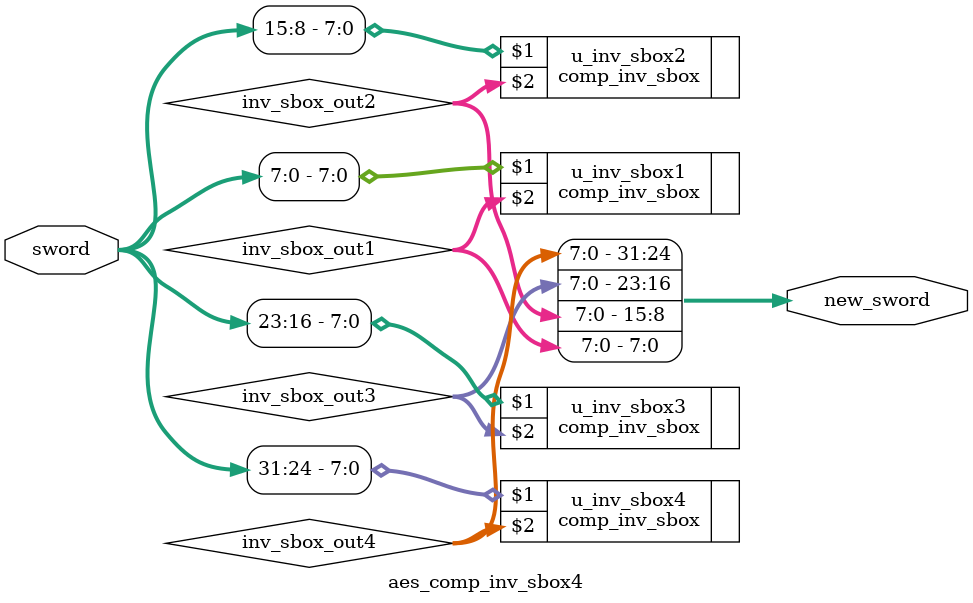
<source format=v>




module aes_comp_inv_sbox4(
                    input wire  [31 : 0] sword,
                    output wire [31 : 0] new_sword
                   );


  //----------------------------------------------------------------
  // The inverse sbox array.
  //----------------------------------------------------------------
  wire [7:0] inv_sbox_out1;
  wire [7:0] inv_sbox_out2;
  wire [7:0] inv_sbox_out3;
  wire [7:0] inv_sbox_out4;

  comp_inv_sbox u_inv_sbox1 (sword[7:0], inv_sbox_out1);
  comp_inv_sbox u_inv_sbox2 (sword[15:8], inv_sbox_out2);
  comp_inv_sbox u_inv_sbox3 (sword[23:16], inv_sbox_out3);
  comp_inv_sbox u_inv_sbox4 (sword[31:24], inv_sbox_out4);

  //----------------------------------------------------------------
  // Four parallel muxes.
  //----------------------------------------------------------------
  assign new_sword[31 : 24] = inv_sbox_out4;
  assign new_sword[23 : 16] = inv_sbox_out3;
  assign new_sword[15 : 08] = inv_sbox_out2;
  assign new_sword[07 : 00] = inv_sbox_out1;


endmodule // aes_inv_sbox


</source>
